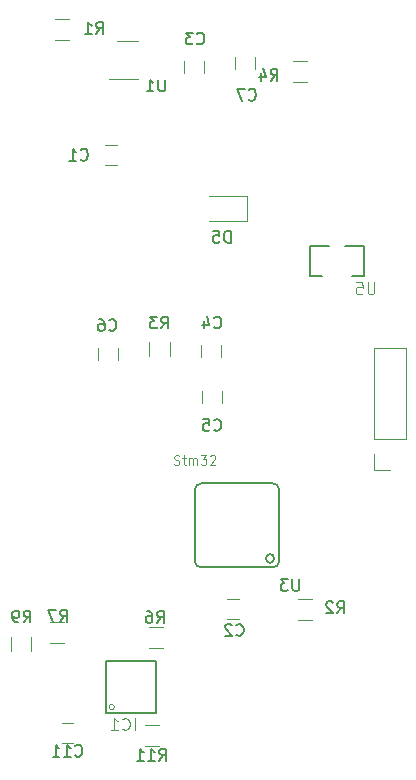
<source format=gbo>
G04 #@! TF.GenerationSoftware,KiCad,Pcbnew,5.1.7-a382d34a8~88~ubuntu18.04.1*
G04 #@! TF.CreationDate,2021-09-05T21:22:39+05:30*
G04 #@! TF.ProjectId,Sensor_PCB_v7,53656e73-6f72-45f5-9043-425f76372e6b,rev?*
G04 #@! TF.SameCoordinates,Original*
G04 #@! TF.FileFunction,Legend,Bot*
G04 #@! TF.FilePolarity,Positive*
%FSLAX46Y46*%
G04 Gerber Fmt 4.6, Leading zero omitted, Abs format (unit mm)*
G04 Created by KiCad (PCBNEW 5.1.7-a382d34a8~88~ubuntu18.04.1) date 2021-09-05 21:22:39*
%MOMM*%
%LPD*%
G01*
G04 APERTURE LIST*
%ADD10C,0.100000*%
%ADD11C,0.127000*%
%ADD12C,0.152400*%
%ADD13C,0.010000*%
%ADD14C,0.150000*%
%ADD15C,0.120000*%
%ADD16C,0.015000*%
G04 APERTURE END LIST*
D10*
X39118759Y-57509369D02*
X39233044Y-57547464D01*
X39423520Y-57547464D01*
X39499711Y-57509369D01*
X39537806Y-57471274D01*
X39575901Y-57395083D01*
X39575901Y-57318893D01*
X39537806Y-57242702D01*
X39499711Y-57204607D01*
X39423520Y-57166512D01*
X39271140Y-57128417D01*
X39194949Y-57090321D01*
X39156854Y-57052226D01*
X39118759Y-56976036D01*
X39118759Y-56899845D01*
X39156854Y-56823655D01*
X39194949Y-56785560D01*
X39271140Y-56747464D01*
X39461616Y-56747464D01*
X39575901Y-56785560D01*
X39804473Y-57014131D02*
X40109235Y-57014131D01*
X39918759Y-56747464D02*
X39918759Y-57433179D01*
X39956854Y-57509369D01*
X40033044Y-57547464D01*
X40109235Y-57547464D01*
X40375901Y-57547464D02*
X40375901Y-57014131D01*
X40375901Y-57090321D02*
X40413997Y-57052226D01*
X40490187Y-57014131D01*
X40604473Y-57014131D01*
X40680663Y-57052226D01*
X40718759Y-57128417D01*
X40718759Y-57547464D01*
X40718759Y-57128417D02*
X40756854Y-57052226D01*
X40833044Y-57014131D01*
X40947330Y-57014131D01*
X41023520Y-57052226D01*
X41061616Y-57128417D01*
X41061616Y-57547464D01*
X41366378Y-56747464D02*
X41861616Y-56747464D01*
X41594949Y-57052226D01*
X41709235Y-57052226D01*
X41785425Y-57090321D01*
X41823520Y-57128417D01*
X41861616Y-57204607D01*
X41861616Y-57395083D01*
X41823520Y-57471274D01*
X41785425Y-57509369D01*
X41709235Y-57547464D01*
X41480663Y-57547464D01*
X41404473Y-57509369D01*
X41366378Y-57471274D01*
X42166378Y-56823655D02*
X42204473Y-56785560D01*
X42280663Y-56747464D01*
X42471140Y-56747464D01*
X42547330Y-56785560D01*
X42585425Y-56823655D01*
X42623520Y-56899845D01*
X42623520Y-56976036D01*
X42585425Y-57090321D01*
X42128282Y-57547464D01*
X42623520Y-57547464D01*
D11*
X33348200Y-78562600D02*
X33348200Y-74162600D01*
X33348200Y-74162600D02*
X37548200Y-74162600D01*
X37548200Y-74162600D02*
X37548200Y-78562600D01*
X37548200Y-78562600D02*
X33348200Y-78562600D01*
D10*
X34071806Y-78062600D02*
G75*
G03*
X34071806Y-78062600I-223606J0D01*
G01*
D12*
X55168500Y-41569000D02*
X55168500Y-39069000D01*
X53598500Y-39069000D02*
X55168500Y-39069000D01*
X50668500Y-39069000D02*
X52238500Y-39069000D01*
X50668500Y-39069000D02*
X50668500Y-41569000D01*
X50668500Y-41569000D02*
X51638500Y-41569000D01*
X54198500Y-41569000D02*
X55168500Y-41569000D01*
D13*
G36*
X51168500Y-39069000D02*
G01*
X51668500Y-39069000D01*
X51668500Y-38929000D01*
X51168500Y-38929000D01*
X51168500Y-39069000D01*
G37*
X51168500Y-39069000D02*
X51668500Y-39069000D01*
X51668500Y-38929000D01*
X51168500Y-38929000D01*
X51168500Y-39069000D01*
G36*
X54168500Y-39069000D02*
G01*
X54668500Y-39069000D01*
X54668500Y-38929000D01*
X54168500Y-38929000D01*
X54168500Y-39069000D01*
G37*
X54168500Y-39069000D02*
X54668500Y-39069000D01*
X54668500Y-38929000D01*
X54168500Y-38929000D01*
X54168500Y-39069000D01*
D14*
X47605710Y-65483700D02*
G75*
G03*
X47605710Y-65483700I-359210J0D01*
G01*
X48008500Y-59641700D02*
X48008500Y-65737700D01*
X41404500Y-59133700D02*
X47500500Y-59133700D01*
X40896500Y-65737700D02*
X40896500Y-59641700D01*
X47500500Y-66245700D02*
X41404500Y-66245700D01*
X40896500Y-59641700D02*
G75*
G02*
X41404500Y-59133700I508000J0D01*
G01*
X41404500Y-66245700D02*
G75*
G02*
X40896500Y-65737700I0J508000D01*
G01*
X47500500Y-59133700D02*
G75*
G02*
X48008500Y-59641700I0J-508000D01*
G01*
X48008500Y-65737700D02*
G75*
G02*
X47500500Y-66245700I-508000J0D01*
G01*
D15*
X25282000Y-72110000D02*
X25282000Y-73310000D01*
X27042000Y-73310000D02*
X27042000Y-72110000D01*
X56081600Y-47699600D02*
X58741600Y-47699600D01*
X56081600Y-55379600D02*
X56081600Y-47699600D01*
X58741600Y-55379600D02*
X58741600Y-47699600D01*
X56081600Y-55379600D02*
X58741600Y-55379600D01*
X56081600Y-56649600D02*
X56081600Y-57979600D01*
X56081600Y-57979600D02*
X57411600Y-57979600D01*
X43584200Y-68911100D02*
X44584200Y-68911100D01*
X44584200Y-70611100D02*
X43584200Y-70611100D01*
X43077500Y-47447600D02*
X43077500Y-48447600D01*
X41377500Y-48447600D02*
X41377500Y-47447600D01*
X41446100Y-52305800D02*
X41446100Y-51305800D01*
X43146100Y-51305800D02*
X43146100Y-52305800D01*
X32680500Y-48650800D02*
X32680500Y-47650800D01*
X34380500Y-47650800D02*
X34380500Y-48650800D01*
X44252800Y-24021200D02*
X44252800Y-23021200D01*
X45952800Y-23021200D02*
X45952800Y-24021200D01*
X33256600Y-30435180D02*
X34256600Y-30435180D01*
X34256600Y-32135180D02*
X33256600Y-32135180D01*
X41678000Y-23396300D02*
X41678000Y-24396300D01*
X39978000Y-24396300D02*
X39978000Y-23396300D01*
X50780200Y-68944600D02*
X49580200Y-68944600D01*
X49580200Y-70704600D02*
X50780200Y-70704600D01*
X36983800Y-47169800D02*
X36983800Y-48369800D01*
X38743800Y-48369800D02*
X38743800Y-47169800D01*
X30206200Y-19848900D02*
X29006200Y-19848900D01*
X29006200Y-21608900D02*
X30206200Y-21608900D01*
X49189100Y-25106500D02*
X50389100Y-25106500D01*
X50389100Y-23346500D02*
X49189100Y-23346500D01*
X34253600Y-21666600D02*
X36053600Y-21666600D01*
X36053600Y-24886600D02*
X33603600Y-24886600D01*
X45273300Y-34804800D02*
X45273300Y-36924800D01*
X42073300Y-34804800D02*
X45273300Y-34804800D01*
X45273300Y-36924800D02*
X42073300Y-36924800D01*
X30600800Y-81149600D02*
X29600800Y-81149600D01*
X29600800Y-79449600D02*
X30600800Y-79449600D01*
X36964000Y-73087100D02*
X38164000Y-73087100D01*
X38164000Y-71327100D02*
X36964000Y-71327100D01*
X29837900Y-70897900D02*
X28637900Y-70897900D01*
X28637900Y-72657900D02*
X29837900Y-72657900D01*
X37823700Y-79610100D02*
X36623700Y-79610100D01*
X36623700Y-81370100D02*
X37823700Y-81370100D01*
D16*
X35789496Y-79991008D02*
X35789496Y-78990725D01*
X34741581Y-79895743D02*
X34789213Y-79943376D01*
X34932111Y-79991008D01*
X35027376Y-79991008D01*
X35170273Y-79943376D01*
X35265538Y-79848111D01*
X35313171Y-79752846D01*
X35360804Y-79562316D01*
X35360804Y-79419418D01*
X35313171Y-79228888D01*
X35265538Y-79133623D01*
X35170273Y-79038358D01*
X35027376Y-78990725D01*
X34932111Y-78990725D01*
X34789213Y-79038358D01*
X34741581Y-79085991D01*
X33788930Y-79991008D02*
X34360521Y-79991008D01*
X34074725Y-79991008D02*
X34074725Y-78990725D01*
X34169990Y-79133623D01*
X34265255Y-79228888D01*
X34360521Y-79276521D01*
X56075624Y-42109640D02*
X56075624Y-42919164D01*
X56028005Y-43014402D01*
X55980386Y-43062021D01*
X55885148Y-43109640D01*
X55694672Y-43109640D01*
X55599434Y-43062021D01*
X55551815Y-43014402D01*
X55504196Y-42919164D01*
X55504196Y-42109640D01*
X54551815Y-42109640D02*
X55028005Y-42109640D01*
X55075624Y-42585831D01*
X55028005Y-42538212D01*
X54932767Y-42490593D01*
X54694672Y-42490593D01*
X54599434Y-42538212D01*
X54551815Y-42585831D01*
X54504196Y-42681069D01*
X54504196Y-42919164D01*
X54551815Y-43014402D01*
X54599434Y-43062021D01*
X54694672Y-43109640D01*
X54932767Y-43109640D01*
X55028005Y-43062021D01*
X55075624Y-43014402D01*
D14*
X49702584Y-67209380D02*
X49702584Y-68018904D01*
X49654965Y-68114142D01*
X49607346Y-68161761D01*
X49512108Y-68209380D01*
X49321632Y-68209380D01*
X49226394Y-68161761D01*
X49178775Y-68114142D01*
X49131156Y-68018904D01*
X49131156Y-67209380D01*
X48750203Y-67209380D02*
X48131156Y-67209380D01*
X48464489Y-67590333D01*
X48321632Y-67590333D01*
X48226394Y-67637952D01*
X48178775Y-67685571D01*
X48131156Y-67780809D01*
X48131156Y-68018904D01*
X48178775Y-68114142D01*
X48226394Y-68161761D01*
X48321632Y-68209380D01*
X48607346Y-68209380D01*
X48702584Y-68161761D01*
X48750203Y-68114142D01*
X26392166Y-70896700D02*
X26725500Y-70420510D01*
X26963595Y-70896700D02*
X26963595Y-69896700D01*
X26582642Y-69896700D01*
X26487404Y-69944320D01*
X26439785Y-69991939D01*
X26392166Y-70087177D01*
X26392166Y-70230034D01*
X26439785Y-70325272D01*
X26487404Y-70372891D01*
X26582642Y-70420510D01*
X26963595Y-70420510D01*
X25915976Y-70896700D02*
X25725500Y-70896700D01*
X25630261Y-70849081D01*
X25582642Y-70801462D01*
X25487404Y-70658605D01*
X25439785Y-70468129D01*
X25439785Y-70087177D01*
X25487404Y-69991939D01*
X25535023Y-69944320D01*
X25630261Y-69896700D01*
X25820738Y-69896700D01*
X25915976Y-69944320D01*
X25963595Y-69991939D01*
X26011214Y-70087177D01*
X26011214Y-70325272D01*
X25963595Y-70420510D01*
X25915976Y-70468129D01*
X25820738Y-70515748D01*
X25630261Y-70515748D01*
X25535023Y-70468129D01*
X25487404Y-70420510D01*
X25439785Y-70325272D01*
X44384726Y-71947042D02*
X44432345Y-71994661D01*
X44575202Y-72042280D01*
X44670440Y-72042280D01*
X44813298Y-71994661D01*
X44908536Y-71899423D01*
X44956155Y-71804185D01*
X45003774Y-71613709D01*
X45003774Y-71470852D01*
X44956155Y-71280376D01*
X44908536Y-71185138D01*
X44813298Y-71089900D01*
X44670440Y-71042280D01*
X44575202Y-71042280D01*
X44432345Y-71089900D01*
X44384726Y-71137519D01*
X44003774Y-71137519D02*
X43956155Y-71089900D01*
X43860917Y-71042280D01*
X43622821Y-71042280D01*
X43527583Y-71089900D01*
X43479964Y-71137519D01*
X43432345Y-71232757D01*
X43432345Y-71327995D01*
X43479964Y-71470852D01*
X44051393Y-72042280D01*
X43432345Y-72042280D01*
X42498306Y-45914602D02*
X42545925Y-45962221D01*
X42688782Y-46009840D01*
X42784020Y-46009840D01*
X42926878Y-45962221D01*
X43022116Y-45866983D01*
X43069735Y-45771745D01*
X43117354Y-45581269D01*
X43117354Y-45438412D01*
X43069735Y-45247936D01*
X43022116Y-45152698D01*
X42926878Y-45057460D01*
X42784020Y-45009840D01*
X42688782Y-45009840D01*
X42545925Y-45057460D01*
X42498306Y-45105079D01*
X41641163Y-45343174D02*
X41641163Y-46009840D01*
X41879259Y-44962221D02*
X42117354Y-45676507D01*
X41498306Y-45676507D01*
X42498326Y-54578482D02*
X42545945Y-54626101D01*
X42688802Y-54673720D01*
X42784040Y-54673720D01*
X42926898Y-54626101D01*
X43022136Y-54530863D01*
X43069755Y-54435625D01*
X43117374Y-54245149D01*
X43117374Y-54102292D01*
X43069755Y-53911816D01*
X43022136Y-53816578D01*
X42926898Y-53721340D01*
X42784040Y-53673720D01*
X42688802Y-53673720D01*
X42545945Y-53721340D01*
X42498326Y-53768959D01*
X41593564Y-53673720D02*
X42069755Y-53673720D01*
X42117374Y-54149911D01*
X42069755Y-54102292D01*
X41974517Y-54054673D01*
X41736421Y-54054673D01*
X41641183Y-54102292D01*
X41593564Y-54149911D01*
X41545945Y-54245149D01*
X41545945Y-54483244D01*
X41593564Y-54578482D01*
X41641183Y-54626101D01*
X41736421Y-54673720D01*
X41974517Y-54673720D01*
X42069755Y-54626101D01*
X42117374Y-54578482D01*
X33623506Y-46120342D02*
X33671125Y-46167961D01*
X33813982Y-46215580D01*
X33909220Y-46215580D01*
X34052078Y-46167961D01*
X34147316Y-46072723D01*
X34194935Y-45977485D01*
X34242554Y-45787009D01*
X34242554Y-45644152D01*
X34194935Y-45453676D01*
X34147316Y-45358438D01*
X34052078Y-45263200D01*
X33909220Y-45215580D01*
X33813982Y-45215580D01*
X33671125Y-45263200D01*
X33623506Y-45310819D01*
X32766363Y-45215580D02*
X32956840Y-45215580D01*
X33052078Y-45263200D01*
X33099697Y-45310819D01*
X33194935Y-45453676D01*
X33242554Y-45644152D01*
X33242554Y-46025104D01*
X33194935Y-46120342D01*
X33147316Y-46167961D01*
X33052078Y-46215580D01*
X32861601Y-46215580D01*
X32766363Y-46167961D01*
X32718744Y-46120342D01*
X32671125Y-46025104D01*
X32671125Y-45787009D01*
X32718744Y-45691771D01*
X32766363Y-45644152D01*
X32861601Y-45596533D01*
X33052078Y-45596533D01*
X33147316Y-45644152D01*
X33194935Y-45691771D01*
X33242554Y-45787009D01*
X45424406Y-26613922D02*
X45472025Y-26661541D01*
X45614882Y-26709160D01*
X45710120Y-26709160D01*
X45852978Y-26661541D01*
X45948216Y-26566303D01*
X45995835Y-26471065D01*
X46043454Y-26280589D01*
X46043454Y-26137732D01*
X45995835Y-25947256D01*
X45948216Y-25852018D01*
X45852978Y-25756780D01*
X45710120Y-25709160D01*
X45614882Y-25709160D01*
X45472025Y-25756780D01*
X45424406Y-25804399D01*
X45091073Y-25709160D02*
X44424406Y-25709160D01*
X44852978Y-26709160D01*
X31218166Y-31698202D02*
X31265785Y-31745821D01*
X31408642Y-31793440D01*
X31503880Y-31793440D01*
X31646738Y-31745821D01*
X31741976Y-31650583D01*
X31789595Y-31555345D01*
X31837214Y-31364869D01*
X31837214Y-31222012D01*
X31789595Y-31031536D01*
X31741976Y-30936298D01*
X31646738Y-30841060D01*
X31503880Y-30793440D01*
X31408642Y-30793440D01*
X31265785Y-30841060D01*
X31218166Y-30888679D01*
X30265785Y-31793440D02*
X30837214Y-31793440D01*
X30551500Y-31793440D02*
X30551500Y-30793440D01*
X30646738Y-30936298D01*
X30741976Y-31031536D01*
X30837214Y-31079155D01*
X41053086Y-21864062D02*
X41100705Y-21911681D01*
X41243562Y-21959300D01*
X41338800Y-21959300D01*
X41481658Y-21911681D01*
X41576896Y-21816443D01*
X41624515Y-21721205D01*
X41672134Y-21530729D01*
X41672134Y-21387872D01*
X41624515Y-21197396D01*
X41576896Y-21102158D01*
X41481658Y-21006920D01*
X41338800Y-20959300D01*
X41243562Y-20959300D01*
X41100705Y-21006920D01*
X41053086Y-21054539D01*
X40719753Y-20959300D02*
X40100705Y-20959300D01*
X40434039Y-21340253D01*
X40291181Y-21340253D01*
X40195943Y-21387872D01*
X40148324Y-21435491D01*
X40100705Y-21530729D01*
X40100705Y-21768824D01*
X40148324Y-21864062D01*
X40195943Y-21911681D01*
X40291181Y-21959300D01*
X40576896Y-21959300D01*
X40672134Y-21911681D01*
X40719753Y-21864062D01*
X52942746Y-70124580D02*
X53276080Y-69648390D01*
X53514175Y-70124580D02*
X53514175Y-69124580D01*
X53133222Y-69124580D01*
X53037984Y-69172200D01*
X52990365Y-69219819D01*
X52942746Y-69315057D01*
X52942746Y-69457914D01*
X52990365Y-69553152D01*
X53037984Y-69600771D01*
X53133222Y-69648390D01*
X53514175Y-69648390D01*
X52561794Y-69219819D02*
X52514175Y-69172200D01*
X52418937Y-69124580D01*
X52180841Y-69124580D01*
X52085603Y-69172200D01*
X52037984Y-69219819D01*
X51990365Y-69315057D01*
X51990365Y-69410295D01*
X52037984Y-69553152D01*
X52609413Y-70124580D01*
X51990365Y-70124580D01*
X38027926Y-46012380D02*
X38361260Y-45536190D01*
X38599355Y-46012380D02*
X38599355Y-45012380D01*
X38218402Y-45012380D01*
X38123164Y-45060000D01*
X38075545Y-45107619D01*
X38027926Y-45202857D01*
X38027926Y-45345714D01*
X38075545Y-45440952D01*
X38123164Y-45488571D01*
X38218402Y-45536190D01*
X38599355Y-45536190D01*
X37694593Y-45012380D02*
X37075545Y-45012380D01*
X37408879Y-45393333D01*
X37266021Y-45393333D01*
X37170783Y-45440952D01*
X37123164Y-45488571D01*
X37075545Y-45583809D01*
X37075545Y-45821904D01*
X37123164Y-45917142D01*
X37170783Y-45964761D01*
X37266021Y-46012380D01*
X37551736Y-46012380D01*
X37646974Y-45964761D01*
X37694593Y-45917142D01*
X32523686Y-21077140D02*
X32857020Y-20600950D01*
X33095115Y-21077140D02*
X33095115Y-20077140D01*
X32714162Y-20077140D01*
X32618924Y-20124760D01*
X32571305Y-20172379D01*
X32523686Y-20267617D01*
X32523686Y-20410474D01*
X32571305Y-20505712D01*
X32618924Y-20553331D01*
X32714162Y-20600950D01*
X33095115Y-20600950D01*
X31571305Y-21077140D02*
X32142734Y-21077140D01*
X31857020Y-21077140D02*
X31857020Y-20077140D01*
X31952258Y-20219998D01*
X32047496Y-20315236D01*
X32142734Y-20362855D01*
X47304006Y-25016700D02*
X47637340Y-24540510D01*
X47875435Y-25016700D02*
X47875435Y-24016700D01*
X47494482Y-24016700D01*
X47399244Y-24064320D01*
X47351625Y-24111939D01*
X47304006Y-24207177D01*
X47304006Y-24350034D01*
X47351625Y-24445272D01*
X47399244Y-24492891D01*
X47494482Y-24540510D01*
X47875435Y-24540510D01*
X46446863Y-24350034D02*
X46446863Y-25016700D01*
X46684959Y-23969081D02*
X46923054Y-24683367D01*
X46304006Y-24683367D01*
X38369144Y-24931160D02*
X38369144Y-25740684D01*
X38321525Y-25835922D01*
X38273906Y-25883541D01*
X38178668Y-25931160D01*
X37988192Y-25931160D01*
X37892954Y-25883541D01*
X37845335Y-25835922D01*
X37797716Y-25740684D01*
X37797716Y-24931160D01*
X36797716Y-25931160D02*
X37369144Y-25931160D01*
X37083430Y-25931160D02*
X37083430Y-24931160D01*
X37178668Y-25074018D01*
X37273906Y-25169256D01*
X37369144Y-25216875D01*
X43905375Y-38740340D02*
X43905375Y-37740340D01*
X43667280Y-37740340D01*
X43524422Y-37787960D01*
X43429184Y-37883198D01*
X43381565Y-37978436D01*
X43333946Y-38168912D01*
X43333946Y-38311769D01*
X43381565Y-38502245D01*
X43429184Y-38597483D01*
X43524422Y-38692721D01*
X43667280Y-38740340D01*
X43905375Y-38740340D01*
X42429184Y-37740340D02*
X42905375Y-37740340D01*
X42952994Y-38216531D01*
X42905375Y-38168912D01*
X42810137Y-38121293D01*
X42572041Y-38121293D01*
X42476803Y-38168912D01*
X42429184Y-38216531D01*
X42381565Y-38311769D01*
X42381565Y-38549864D01*
X42429184Y-38645102D01*
X42476803Y-38692721D01*
X42572041Y-38740340D01*
X42810137Y-38740340D01*
X42905375Y-38692721D01*
X42952994Y-38645102D01*
X30743657Y-82156742D02*
X30791276Y-82204361D01*
X30934133Y-82251980D01*
X31029371Y-82251980D01*
X31172228Y-82204361D01*
X31267466Y-82109123D01*
X31315085Y-82013885D01*
X31362704Y-81823409D01*
X31362704Y-81680552D01*
X31315085Y-81490076D01*
X31267466Y-81394838D01*
X31172228Y-81299600D01*
X31029371Y-81251980D01*
X30934133Y-81251980D01*
X30791276Y-81299600D01*
X30743657Y-81347219D01*
X29791276Y-82251980D02*
X30362704Y-82251980D01*
X30076990Y-82251980D02*
X30076990Y-81251980D01*
X30172228Y-81394838D01*
X30267466Y-81490076D01*
X30362704Y-81537695D01*
X28838895Y-82251980D02*
X29410323Y-82251980D01*
X29124609Y-82251980D02*
X29124609Y-81251980D01*
X29219847Y-81394838D01*
X29315085Y-81490076D01*
X29410323Y-81537695D01*
X37672286Y-70942440D02*
X38005620Y-70466250D01*
X38243715Y-70942440D02*
X38243715Y-69942440D01*
X37862762Y-69942440D01*
X37767524Y-69990060D01*
X37719905Y-70037679D01*
X37672286Y-70132917D01*
X37672286Y-70275774D01*
X37719905Y-70371012D01*
X37767524Y-70418631D01*
X37862762Y-70466250D01*
X38243715Y-70466250D01*
X36815143Y-69942440D02*
X37005620Y-69942440D01*
X37100858Y-69990060D01*
X37148477Y-70037679D01*
X37243715Y-70180536D01*
X37291334Y-70371012D01*
X37291334Y-70751964D01*
X37243715Y-70847202D01*
X37196096Y-70894821D01*
X37100858Y-70942440D01*
X36910381Y-70942440D01*
X36815143Y-70894821D01*
X36767524Y-70847202D01*
X36719905Y-70751964D01*
X36719905Y-70513869D01*
X36767524Y-70418631D01*
X36815143Y-70371012D01*
X36910381Y-70323393D01*
X37100858Y-70323393D01*
X37196096Y-70371012D01*
X37243715Y-70418631D01*
X37291334Y-70513869D01*
X29465526Y-70820580D02*
X29798860Y-70344390D01*
X30036955Y-70820580D02*
X30036955Y-69820580D01*
X29656002Y-69820580D01*
X29560764Y-69868200D01*
X29513145Y-69915819D01*
X29465526Y-70011057D01*
X29465526Y-70153914D01*
X29513145Y-70249152D01*
X29560764Y-70296771D01*
X29656002Y-70344390D01*
X30036955Y-70344390D01*
X29132193Y-69820580D02*
X28465526Y-69820580D01*
X28894098Y-70820580D01*
X37866557Y-82592480D02*
X38199890Y-82116290D01*
X38437985Y-82592480D02*
X38437985Y-81592480D01*
X38057033Y-81592480D01*
X37961795Y-81640100D01*
X37914176Y-81687719D01*
X37866557Y-81782957D01*
X37866557Y-81925814D01*
X37914176Y-82021052D01*
X37961795Y-82068671D01*
X38057033Y-82116290D01*
X38437985Y-82116290D01*
X36914176Y-82592480D02*
X37485604Y-82592480D01*
X37199890Y-82592480D02*
X37199890Y-81592480D01*
X37295128Y-81735338D01*
X37390366Y-81830576D01*
X37485604Y-81878195D01*
X35961795Y-82592480D02*
X36533223Y-82592480D01*
X36247509Y-82592480D02*
X36247509Y-81592480D01*
X36342747Y-81735338D01*
X36437985Y-81830576D01*
X36533223Y-81878195D01*
M02*

</source>
